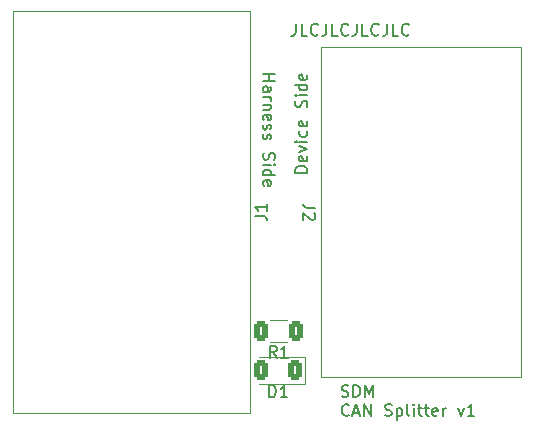
<source format=gto>
G04 #@! TF.GenerationSoftware,KiCad,Pcbnew,7.0.8*
G04 #@! TF.CreationDate,2023-12-02T16:30:47-07:00*
G04 #@! TF.ProjectId,cansplitter,63616e73-706c-4697-9474-65722e6b6963,rev?*
G04 #@! TF.SameCoordinates,Original*
G04 #@! TF.FileFunction,Legend,Top*
G04 #@! TF.FilePolarity,Positive*
%FSLAX46Y46*%
G04 Gerber Fmt 4.6, Leading zero omitted, Abs format (unit mm)*
G04 Created by KiCad (PCBNEW 7.0.8) date 2023-12-02 16:30:47*
%MOMM*%
%LPD*%
G01*
G04 APERTURE LIST*
G04 Aperture macros list*
%AMRoundRect*
0 Rectangle with rounded corners*
0 $1 Rounding radius*
0 $2 $3 $4 $5 $6 $7 $8 $9 X,Y pos of 4 corners*
0 Add a 4 corners polygon primitive as box body*
4,1,4,$2,$3,$4,$5,$6,$7,$8,$9,$2,$3,0*
0 Add four circle primitives for the rounded corners*
1,1,$1+$1,$2,$3*
1,1,$1+$1,$4,$5*
1,1,$1+$1,$6,$7*
1,1,$1+$1,$8,$9*
0 Add four rect primitives between the rounded corners*
20,1,$1+$1,$2,$3,$4,$5,0*
20,1,$1+$1,$4,$5,$6,$7,0*
20,1,$1+$1,$6,$7,$8,$9,0*
20,1,$1+$1,$8,$9,$2,$3,0*%
G04 Aperture macros list end*
%ADD10C,0.150000*%
%ADD11C,0.120000*%
%ADD12RoundRect,0.250000X0.375000X0.625000X-0.375000X0.625000X-0.375000X-0.625000X0.375000X-0.625000X0*%
%ADD13RoundRect,0.250000X0.312500X0.625000X-0.312500X0.625000X-0.312500X-0.625000X0.312500X-0.625000X0*%
%ADD14C,3.430000*%
%ADD15C,2.400000*%
G04 APERTURE END LIST*
D10*
X153789160Y-95612200D02*
X153932017Y-95659819D01*
X153932017Y-95659819D02*
X154170112Y-95659819D01*
X154170112Y-95659819D02*
X154265350Y-95612200D01*
X154265350Y-95612200D02*
X154312969Y-95564580D01*
X154312969Y-95564580D02*
X154360588Y-95469342D01*
X154360588Y-95469342D02*
X154360588Y-95374104D01*
X154360588Y-95374104D02*
X154312969Y-95278866D01*
X154312969Y-95278866D02*
X154265350Y-95231247D01*
X154265350Y-95231247D02*
X154170112Y-95183628D01*
X154170112Y-95183628D02*
X153979636Y-95136009D01*
X153979636Y-95136009D02*
X153884398Y-95088390D01*
X153884398Y-95088390D02*
X153836779Y-95040771D01*
X153836779Y-95040771D02*
X153789160Y-94945533D01*
X153789160Y-94945533D02*
X153789160Y-94850295D01*
X153789160Y-94850295D02*
X153836779Y-94755057D01*
X153836779Y-94755057D02*
X153884398Y-94707438D01*
X153884398Y-94707438D02*
X153979636Y-94659819D01*
X153979636Y-94659819D02*
X154217731Y-94659819D01*
X154217731Y-94659819D02*
X154360588Y-94707438D01*
X154789160Y-95659819D02*
X154789160Y-94659819D01*
X154789160Y-94659819D02*
X155027255Y-94659819D01*
X155027255Y-94659819D02*
X155170112Y-94707438D01*
X155170112Y-94707438D02*
X155265350Y-94802676D01*
X155265350Y-94802676D02*
X155312969Y-94897914D01*
X155312969Y-94897914D02*
X155360588Y-95088390D01*
X155360588Y-95088390D02*
X155360588Y-95231247D01*
X155360588Y-95231247D02*
X155312969Y-95421723D01*
X155312969Y-95421723D02*
X155265350Y-95516961D01*
X155265350Y-95516961D02*
X155170112Y-95612200D01*
X155170112Y-95612200D02*
X155027255Y-95659819D01*
X155027255Y-95659819D02*
X154789160Y-95659819D01*
X155789160Y-95659819D02*
X155789160Y-94659819D01*
X155789160Y-94659819D02*
X156122493Y-95374104D01*
X156122493Y-95374104D02*
X156455826Y-94659819D01*
X156455826Y-94659819D02*
X156455826Y-95659819D01*
X154408207Y-97174580D02*
X154360588Y-97222200D01*
X154360588Y-97222200D02*
X154217731Y-97269819D01*
X154217731Y-97269819D02*
X154122493Y-97269819D01*
X154122493Y-97269819D02*
X153979636Y-97222200D01*
X153979636Y-97222200D02*
X153884398Y-97126961D01*
X153884398Y-97126961D02*
X153836779Y-97031723D01*
X153836779Y-97031723D02*
X153789160Y-96841247D01*
X153789160Y-96841247D02*
X153789160Y-96698390D01*
X153789160Y-96698390D02*
X153836779Y-96507914D01*
X153836779Y-96507914D02*
X153884398Y-96412676D01*
X153884398Y-96412676D02*
X153979636Y-96317438D01*
X153979636Y-96317438D02*
X154122493Y-96269819D01*
X154122493Y-96269819D02*
X154217731Y-96269819D01*
X154217731Y-96269819D02*
X154360588Y-96317438D01*
X154360588Y-96317438D02*
X154408207Y-96365057D01*
X154789160Y-96984104D02*
X155265350Y-96984104D01*
X154693922Y-97269819D02*
X155027255Y-96269819D01*
X155027255Y-96269819D02*
X155360588Y-97269819D01*
X155693922Y-97269819D02*
X155693922Y-96269819D01*
X155693922Y-96269819D02*
X156265350Y-97269819D01*
X156265350Y-97269819D02*
X156265350Y-96269819D01*
X157455827Y-97222200D02*
X157598684Y-97269819D01*
X157598684Y-97269819D02*
X157836779Y-97269819D01*
X157836779Y-97269819D02*
X157932017Y-97222200D01*
X157932017Y-97222200D02*
X157979636Y-97174580D01*
X157979636Y-97174580D02*
X158027255Y-97079342D01*
X158027255Y-97079342D02*
X158027255Y-96984104D01*
X158027255Y-96984104D02*
X157979636Y-96888866D01*
X157979636Y-96888866D02*
X157932017Y-96841247D01*
X157932017Y-96841247D02*
X157836779Y-96793628D01*
X157836779Y-96793628D02*
X157646303Y-96746009D01*
X157646303Y-96746009D02*
X157551065Y-96698390D01*
X157551065Y-96698390D02*
X157503446Y-96650771D01*
X157503446Y-96650771D02*
X157455827Y-96555533D01*
X157455827Y-96555533D02*
X157455827Y-96460295D01*
X157455827Y-96460295D02*
X157503446Y-96365057D01*
X157503446Y-96365057D02*
X157551065Y-96317438D01*
X157551065Y-96317438D02*
X157646303Y-96269819D01*
X157646303Y-96269819D02*
X157884398Y-96269819D01*
X157884398Y-96269819D02*
X158027255Y-96317438D01*
X158455827Y-96603152D02*
X158455827Y-97603152D01*
X158455827Y-96650771D02*
X158551065Y-96603152D01*
X158551065Y-96603152D02*
X158741541Y-96603152D01*
X158741541Y-96603152D02*
X158836779Y-96650771D01*
X158836779Y-96650771D02*
X158884398Y-96698390D01*
X158884398Y-96698390D02*
X158932017Y-96793628D01*
X158932017Y-96793628D02*
X158932017Y-97079342D01*
X158932017Y-97079342D02*
X158884398Y-97174580D01*
X158884398Y-97174580D02*
X158836779Y-97222200D01*
X158836779Y-97222200D02*
X158741541Y-97269819D01*
X158741541Y-97269819D02*
X158551065Y-97269819D01*
X158551065Y-97269819D02*
X158455827Y-97222200D01*
X159503446Y-97269819D02*
X159408208Y-97222200D01*
X159408208Y-97222200D02*
X159360589Y-97126961D01*
X159360589Y-97126961D02*
X159360589Y-96269819D01*
X159884399Y-97269819D02*
X159884399Y-96603152D01*
X159884399Y-96269819D02*
X159836780Y-96317438D01*
X159836780Y-96317438D02*
X159884399Y-96365057D01*
X159884399Y-96365057D02*
X159932018Y-96317438D01*
X159932018Y-96317438D02*
X159884399Y-96269819D01*
X159884399Y-96269819D02*
X159884399Y-96365057D01*
X160217732Y-96603152D02*
X160598684Y-96603152D01*
X160360589Y-96269819D02*
X160360589Y-97126961D01*
X160360589Y-97126961D02*
X160408208Y-97222200D01*
X160408208Y-97222200D02*
X160503446Y-97269819D01*
X160503446Y-97269819D02*
X160598684Y-97269819D01*
X160789161Y-96603152D02*
X161170113Y-96603152D01*
X160932018Y-96269819D02*
X160932018Y-97126961D01*
X160932018Y-97126961D02*
X160979637Y-97222200D01*
X160979637Y-97222200D02*
X161074875Y-97269819D01*
X161074875Y-97269819D02*
X161170113Y-97269819D01*
X161884399Y-97222200D02*
X161789161Y-97269819D01*
X161789161Y-97269819D02*
X161598685Y-97269819D01*
X161598685Y-97269819D02*
X161503447Y-97222200D01*
X161503447Y-97222200D02*
X161455828Y-97126961D01*
X161455828Y-97126961D02*
X161455828Y-96746009D01*
X161455828Y-96746009D02*
X161503447Y-96650771D01*
X161503447Y-96650771D02*
X161598685Y-96603152D01*
X161598685Y-96603152D02*
X161789161Y-96603152D01*
X161789161Y-96603152D02*
X161884399Y-96650771D01*
X161884399Y-96650771D02*
X161932018Y-96746009D01*
X161932018Y-96746009D02*
X161932018Y-96841247D01*
X161932018Y-96841247D02*
X161455828Y-96936485D01*
X162360590Y-97269819D02*
X162360590Y-96603152D01*
X162360590Y-96793628D02*
X162408209Y-96698390D01*
X162408209Y-96698390D02*
X162455828Y-96650771D01*
X162455828Y-96650771D02*
X162551066Y-96603152D01*
X162551066Y-96603152D02*
X162646304Y-96603152D01*
X163646305Y-96603152D02*
X163884400Y-97269819D01*
X163884400Y-97269819D02*
X164122495Y-96603152D01*
X165027257Y-97269819D02*
X164455829Y-97269819D01*
X164741543Y-97269819D02*
X164741543Y-96269819D01*
X164741543Y-96269819D02*
X164646305Y-96412676D01*
X164646305Y-96412676D02*
X164551067Y-96507914D01*
X164551067Y-96507914D02*
X164455829Y-96555533D01*
X149922493Y-64069819D02*
X149922493Y-64784104D01*
X149922493Y-64784104D02*
X149874874Y-64926961D01*
X149874874Y-64926961D02*
X149779636Y-65022200D01*
X149779636Y-65022200D02*
X149636779Y-65069819D01*
X149636779Y-65069819D02*
X149541541Y-65069819D01*
X150874874Y-65069819D02*
X150398684Y-65069819D01*
X150398684Y-65069819D02*
X150398684Y-64069819D01*
X151779636Y-64974580D02*
X151732017Y-65022200D01*
X151732017Y-65022200D02*
X151589160Y-65069819D01*
X151589160Y-65069819D02*
X151493922Y-65069819D01*
X151493922Y-65069819D02*
X151351065Y-65022200D01*
X151351065Y-65022200D02*
X151255827Y-64926961D01*
X151255827Y-64926961D02*
X151208208Y-64831723D01*
X151208208Y-64831723D02*
X151160589Y-64641247D01*
X151160589Y-64641247D02*
X151160589Y-64498390D01*
X151160589Y-64498390D02*
X151208208Y-64307914D01*
X151208208Y-64307914D02*
X151255827Y-64212676D01*
X151255827Y-64212676D02*
X151351065Y-64117438D01*
X151351065Y-64117438D02*
X151493922Y-64069819D01*
X151493922Y-64069819D02*
X151589160Y-64069819D01*
X151589160Y-64069819D02*
X151732017Y-64117438D01*
X151732017Y-64117438D02*
X151779636Y-64165057D01*
X152493922Y-64069819D02*
X152493922Y-64784104D01*
X152493922Y-64784104D02*
X152446303Y-64926961D01*
X152446303Y-64926961D02*
X152351065Y-65022200D01*
X152351065Y-65022200D02*
X152208208Y-65069819D01*
X152208208Y-65069819D02*
X152112970Y-65069819D01*
X153446303Y-65069819D02*
X152970113Y-65069819D01*
X152970113Y-65069819D02*
X152970113Y-64069819D01*
X154351065Y-64974580D02*
X154303446Y-65022200D01*
X154303446Y-65022200D02*
X154160589Y-65069819D01*
X154160589Y-65069819D02*
X154065351Y-65069819D01*
X154065351Y-65069819D02*
X153922494Y-65022200D01*
X153922494Y-65022200D02*
X153827256Y-64926961D01*
X153827256Y-64926961D02*
X153779637Y-64831723D01*
X153779637Y-64831723D02*
X153732018Y-64641247D01*
X153732018Y-64641247D02*
X153732018Y-64498390D01*
X153732018Y-64498390D02*
X153779637Y-64307914D01*
X153779637Y-64307914D02*
X153827256Y-64212676D01*
X153827256Y-64212676D02*
X153922494Y-64117438D01*
X153922494Y-64117438D02*
X154065351Y-64069819D01*
X154065351Y-64069819D02*
X154160589Y-64069819D01*
X154160589Y-64069819D02*
X154303446Y-64117438D01*
X154303446Y-64117438D02*
X154351065Y-64165057D01*
X155065351Y-64069819D02*
X155065351Y-64784104D01*
X155065351Y-64784104D02*
X155017732Y-64926961D01*
X155017732Y-64926961D02*
X154922494Y-65022200D01*
X154922494Y-65022200D02*
X154779637Y-65069819D01*
X154779637Y-65069819D02*
X154684399Y-65069819D01*
X156017732Y-65069819D02*
X155541542Y-65069819D01*
X155541542Y-65069819D02*
X155541542Y-64069819D01*
X156922494Y-64974580D02*
X156874875Y-65022200D01*
X156874875Y-65022200D02*
X156732018Y-65069819D01*
X156732018Y-65069819D02*
X156636780Y-65069819D01*
X156636780Y-65069819D02*
X156493923Y-65022200D01*
X156493923Y-65022200D02*
X156398685Y-64926961D01*
X156398685Y-64926961D02*
X156351066Y-64831723D01*
X156351066Y-64831723D02*
X156303447Y-64641247D01*
X156303447Y-64641247D02*
X156303447Y-64498390D01*
X156303447Y-64498390D02*
X156351066Y-64307914D01*
X156351066Y-64307914D02*
X156398685Y-64212676D01*
X156398685Y-64212676D02*
X156493923Y-64117438D01*
X156493923Y-64117438D02*
X156636780Y-64069819D01*
X156636780Y-64069819D02*
X156732018Y-64069819D01*
X156732018Y-64069819D02*
X156874875Y-64117438D01*
X156874875Y-64117438D02*
X156922494Y-64165057D01*
X157636780Y-64069819D02*
X157636780Y-64784104D01*
X157636780Y-64784104D02*
X157589161Y-64926961D01*
X157589161Y-64926961D02*
X157493923Y-65022200D01*
X157493923Y-65022200D02*
X157351066Y-65069819D01*
X157351066Y-65069819D02*
X157255828Y-65069819D01*
X158589161Y-65069819D02*
X158112971Y-65069819D01*
X158112971Y-65069819D02*
X158112971Y-64069819D01*
X159493923Y-64974580D02*
X159446304Y-65022200D01*
X159446304Y-65022200D02*
X159303447Y-65069819D01*
X159303447Y-65069819D02*
X159208209Y-65069819D01*
X159208209Y-65069819D02*
X159065352Y-65022200D01*
X159065352Y-65022200D02*
X158970114Y-64926961D01*
X158970114Y-64926961D02*
X158922495Y-64831723D01*
X158922495Y-64831723D02*
X158874876Y-64641247D01*
X158874876Y-64641247D02*
X158874876Y-64498390D01*
X158874876Y-64498390D02*
X158922495Y-64307914D01*
X158922495Y-64307914D02*
X158970114Y-64212676D01*
X158970114Y-64212676D02*
X159065352Y-64117438D01*
X159065352Y-64117438D02*
X159208209Y-64069819D01*
X159208209Y-64069819D02*
X159303447Y-64069819D01*
X159303447Y-64069819D02*
X159446304Y-64117438D01*
X159446304Y-64117438D02*
X159493923Y-64165057D01*
X150869819Y-76663220D02*
X149869819Y-76663220D01*
X149869819Y-76663220D02*
X149869819Y-76425125D01*
X149869819Y-76425125D02*
X149917438Y-76282268D01*
X149917438Y-76282268D02*
X150012676Y-76187030D01*
X150012676Y-76187030D02*
X150107914Y-76139411D01*
X150107914Y-76139411D02*
X150298390Y-76091792D01*
X150298390Y-76091792D02*
X150441247Y-76091792D01*
X150441247Y-76091792D02*
X150631723Y-76139411D01*
X150631723Y-76139411D02*
X150726961Y-76187030D01*
X150726961Y-76187030D02*
X150822200Y-76282268D01*
X150822200Y-76282268D02*
X150869819Y-76425125D01*
X150869819Y-76425125D02*
X150869819Y-76663220D01*
X150822200Y-75282268D02*
X150869819Y-75377506D01*
X150869819Y-75377506D02*
X150869819Y-75567982D01*
X150869819Y-75567982D02*
X150822200Y-75663220D01*
X150822200Y-75663220D02*
X150726961Y-75710839D01*
X150726961Y-75710839D02*
X150346009Y-75710839D01*
X150346009Y-75710839D02*
X150250771Y-75663220D01*
X150250771Y-75663220D02*
X150203152Y-75567982D01*
X150203152Y-75567982D02*
X150203152Y-75377506D01*
X150203152Y-75377506D02*
X150250771Y-75282268D01*
X150250771Y-75282268D02*
X150346009Y-75234649D01*
X150346009Y-75234649D02*
X150441247Y-75234649D01*
X150441247Y-75234649D02*
X150536485Y-75710839D01*
X150203152Y-74901315D02*
X150869819Y-74663220D01*
X150869819Y-74663220D02*
X150203152Y-74425125D01*
X150869819Y-74044172D02*
X150203152Y-74044172D01*
X149869819Y-74044172D02*
X149917438Y-74091791D01*
X149917438Y-74091791D02*
X149965057Y-74044172D01*
X149965057Y-74044172D02*
X149917438Y-73996553D01*
X149917438Y-73996553D02*
X149869819Y-74044172D01*
X149869819Y-74044172D02*
X149965057Y-74044172D01*
X150822200Y-73139411D02*
X150869819Y-73234649D01*
X150869819Y-73234649D02*
X150869819Y-73425125D01*
X150869819Y-73425125D02*
X150822200Y-73520363D01*
X150822200Y-73520363D02*
X150774580Y-73567982D01*
X150774580Y-73567982D02*
X150679342Y-73615601D01*
X150679342Y-73615601D02*
X150393628Y-73615601D01*
X150393628Y-73615601D02*
X150298390Y-73567982D01*
X150298390Y-73567982D02*
X150250771Y-73520363D01*
X150250771Y-73520363D02*
X150203152Y-73425125D01*
X150203152Y-73425125D02*
X150203152Y-73234649D01*
X150203152Y-73234649D02*
X150250771Y-73139411D01*
X150822200Y-72329887D02*
X150869819Y-72425125D01*
X150869819Y-72425125D02*
X150869819Y-72615601D01*
X150869819Y-72615601D02*
X150822200Y-72710839D01*
X150822200Y-72710839D02*
X150726961Y-72758458D01*
X150726961Y-72758458D02*
X150346009Y-72758458D01*
X150346009Y-72758458D02*
X150250771Y-72710839D01*
X150250771Y-72710839D02*
X150203152Y-72615601D01*
X150203152Y-72615601D02*
X150203152Y-72425125D01*
X150203152Y-72425125D02*
X150250771Y-72329887D01*
X150250771Y-72329887D02*
X150346009Y-72282268D01*
X150346009Y-72282268D02*
X150441247Y-72282268D01*
X150441247Y-72282268D02*
X150536485Y-72758458D01*
X150822200Y-71139410D02*
X150869819Y-70996553D01*
X150869819Y-70996553D02*
X150869819Y-70758458D01*
X150869819Y-70758458D02*
X150822200Y-70663220D01*
X150822200Y-70663220D02*
X150774580Y-70615601D01*
X150774580Y-70615601D02*
X150679342Y-70567982D01*
X150679342Y-70567982D02*
X150584104Y-70567982D01*
X150584104Y-70567982D02*
X150488866Y-70615601D01*
X150488866Y-70615601D02*
X150441247Y-70663220D01*
X150441247Y-70663220D02*
X150393628Y-70758458D01*
X150393628Y-70758458D02*
X150346009Y-70948934D01*
X150346009Y-70948934D02*
X150298390Y-71044172D01*
X150298390Y-71044172D02*
X150250771Y-71091791D01*
X150250771Y-71091791D02*
X150155533Y-71139410D01*
X150155533Y-71139410D02*
X150060295Y-71139410D01*
X150060295Y-71139410D02*
X149965057Y-71091791D01*
X149965057Y-71091791D02*
X149917438Y-71044172D01*
X149917438Y-71044172D02*
X149869819Y-70948934D01*
X149869819Y-70948934D02*
X149869819Y-70710839D01*
X149869819Y-70710839D02*
X149917438Y-70567982D01*
X150869819Y-70139410D02*
X150203152Y-70139410D01*
X149869819Y-70139410D02*
X149917438Y-70187029D01*
X149917438Y-70187029D02*
X149965057Y-70139410D01*
X149965057Y-70139410D02*
X149917438Y-70091791D01*
X149917438Y-70091791D02*
X149869819Y-70139410D01*
X149869819Y-70139410D02*
X149965057Y-70139410D01*
X150869819Y-69234649D02*
X149869819Y-69234649D01*
X150822200Y-69234649D02*
X150869819Y-69329887D01*
X150869819Y-69329887D02*
X150869819Y-69520363D01*
X150869819Y-69520363D02*
X150822200Y-69615601D01*
X150822200Y-69615601D02*
X150774580Y-69663220D01*
X150774580Y-69663220D02*
X150679342Y-69710839D01*
X150679342Y-69710839D02*
X150393628Y-69710839D01*
X150393628Y-69710839D02*
X150298390Y-69663220D01*
X150298390Y-69663220D02*
X150250771Y-69615601D01*
X150250771Y-69615601D02*
X150203152Y-69520363D01*
X150203152Y-69520363D02*
X150203152Y-69329887D01*
X150203152Y-69329887D02*
X150250771Y-69234649D01*
X150822200Y-68377506D02*
X150869819Y-68472744D01*
X150869819Y-68472744D02*
X150869819Y-68663220D01*
X150869819Y-68663220D02*
X150822200Y-68758458D01*
X150822200Y-68758458D02*
X150726961Y-68806077D01*
X150726961Y-68806077D02*
X150346009Y-68806077D01*
X150346009Y-68806077D02*
X150250771Y-68758458D01*
X150250771Y-68758458D02*
X150203152Y-68663220D01*
X150203152Y-68663220D02*
X150203152Y-68472744D01*
X150203152Y-68472744D02*
X150250771Y-68377506D01*
X150250771Y-68377506D02*
X150346009Y-68329887D01*
X150346009Y-68329887D02*
X150441247Y-68329887D01*
X150441247Y-68329887D02*
X150536485Y-68806077D01*
X147130180Y-68336779D02*
X148130180Y-68336779D01*
X147653990Y-68336779D02*
X147653990Y-68908207D01*
X147130180Y-68908207D02*
X148130180Y-68908207D01*
X147130180Y-69812969D02*
X147653990Y-69812969D01*
X147653990Y-69812969D02*
X147749228Y-69765350D01*
X147749228Y-69765350D02*
X147796847Y-69670112D01*
X147796847Y-69670112D02*
X147796847Y-69479636D01*
X147796847Y-69479636D02*
X147749228Y-69384398D01*
X147177800Y-69812969D02*
X147130180Y-69717731D01*
X147130180Y-69717731D02*
X147130180Y-69479636D01*
X147130180Y-69479636D02*
X147177800Y-69384398D01*
X147177800Y-69384398D02*
X147273038Y-69336779D01*
X147273038Y-69336779D02*
X147368276Y-69336779D01*
X147368276Y-69336779D02*
X147463514Y-69384398D01*
X147463514Y-69384398D02*
X147511133Y-69479636D01*
X147511133Y-69479636D02*
X147511133Y-69717731D01*
X147511133Y-69717731D02*
X147558752Y-69812969D01*
X147130180Y-70289160D02*
X147796847Y-70289160D01*
X147606371Y-70289160D02*
X147701609Y-70336779D01*
X147701609Y-70336779D02*
X147749228Y-70384398D01*
X147749228Y-70384398D02*
X147796847Y-70479636D01*
X147796847Y-70479636D02*
X147796847Y-70574874D01*
X147796847Y-70908208D02*
X147130180Y-70908208D01*
X147701609Y-70908208D02*
X147749228Y-70955827D01*
X147749228Y-70955827D02*
X147796847Y-71051065D01*
X147796847Y-71051065D02*
X147796847Y-71193922D01*
X147796847Y-71193922D02*
X147749228Y-71289160D01*
X147749228Y-71289160D02*
X147653990Y-71336779D01*
X147653990Y-71336779D02*
X147130180Y-71336779D01*
X147177800Y-72193922D02*
X147130180Y-72098684D01*
X147130180Y-72098684D02*
X147130180Y-71908208D01*
X147130180Y-71908208D02*
X147177800Y-71812970D01*
X147177800Y-71812970D02*
X147273038Y-71765351D01*
X147273038Y-71765351D02*
X147653990Y-71765351D01*
X147653990Y-71765351D02*
X147749228Y-71812970D01*
X147749228Y-71812970D02*
X147796847Y-71908208D01*
X147796847Y-71908208D02*
X147796847Y-72098684D01*
X147796847Y-72098684D02*
X147749228Y-72193922D01*
X147749228Y-72193922D02*
X147653990Y-72241541D01*
X147653990Y-72241541D02*
X147558752Y-72241541D01*
X147558752Y-72241541D02*
X147463514Y-71765351D01*
X147177800Y-72622494D02*
X147130180Y-72717732D01*
X147130180Y-72717732D02*
X147130180Y-72908208D01*
X147130180Y-72908208D02*
X147177800Y-73003446D01*
X147177800Y-73003446D02*
X147273038Y-73051065D01*
X147273038Y-73051065D02*
X147320657Y-73051065D01*
X147320657Y-73051065D02*
X147415895Y-73003446D01*
X147415895Y-73003446D02*
X147463514Y-72908208D01*
X147463514Y-72908208D02*
X147463514Y-72765351D01*
X147463514Y-72765351D02*
X147511133Y-72670113D01*
X147511133Y-72670113D02*
X147606371Y-72622494D01*
X147606371Y-72622494D02*
X147653990Y-72622494D01*
X147653990Y-72622494D02*
X147749228Y-72670113D01*
X147749228Y-72670113D02*
X147796847Y-72765351D01*
X147796847Y-72765351D02*
X147796847Y-72908208D01*
X147796847Y-72908208D02*
X147749228Y-73003446D01*
X147177800Y-73432018D02*
X147130180Y-73527256D01*
X147130180Y-73527256D02*
X147130180Y-73717732D01*
X147130180Y-73717732D02*
X147177800Y-73812970D01*
X147177800Y-73812970D02*
X147273038Y-73860589D01*
X147273038Y-73860589D02*
X147320657Y-73860589D01*
X147320657Y-73860589D02*
X147415895Y-73812970D01*
X147415895Y-73812970D02*
X147463514Y-73717732D01*
X147463514Y-73717732D02*
X147463514Y-73574875D01*
X147463514Y-73574875D02*
X147511133Y-73479637D01*
X147511133Y-73479637D02*
X147606371Y-73432018D01*
X147606371Y-73432018D02*
X147653990Y-73432018D01*
X147653990Y-73432018D02*
X147749228Y-73479637D01*
X147749228Y-73479637D02*
X147796847Y-73574875D01*
X147796847Y-73574875D02*
X147796847Y-73717732D01*
X147796847Y-73717732D02*
X147749228Y-73812970D01*
X147177800Y-75003447D02*
X147130180Y-75146304D01*
X147130180Y-75146304D02*
X147130180Y-75384399D01*
X147130180Y-75384399D02*
X147177800Y-75479637D01*
X147177800Y-75479637D02*
X147225419Y-75527256D01*
X147225419Y-75527256D02*
X147320657Y-75574875D01*
X147320657Y-75574875D02*
X147415895Y-75574875D01*
X147415895Y-75574875D02*
X147511133Y-75527256D01*
X147511133Y-75527256D02*
X147558752Y-75479637D01*
X147558752Y-75479637D02*
X147606371Y-75384399D01*
X147606371Y-75384399D02*
X147653990Y-75193923D01*
X147653990Y-75193923D02*
X147701609Y-75098685D01*
X147701609Y-75098685D02*
X147749228Y-75051066D01*
X147749228Y-75051066D02*
X147844466Y-75003447D01*
X147844466Y-75003447D02*
X147939704Y-75003447D01*
X147939704Y-75003447D02*
X148034942Y-75051066D01*
X148034942Y-75051066D02*
X148082561Y-75098685D01*
X148082561Y-75098685D02*
X148130180Y-75193923D01*
X148130180Y-75193923D02*
X148130180Y-75432018D01*
X148130180Y-75432018D02*
X148082561Y-75574875D01*
X147130180Y-76003447D02*
X147796847Y-76003447D01*
X148130180Y-76003447D02*
X148082561Y-75955828D01*
X148082561Y-75955828D02*
X148034942Y-76003447D01*
X148034942Y-76003447D02*
X148082561Y-76051066D01*
X148082561Y-76051066D02*
X148130180Y-76003447D01*
X148130180Y-76003447D02*
X148034942Y-76003447D01*
X147130180Y-76908208D02*
X148130180Y-76908208D01*
X147177800Y-76908208D02*
X147130180Y-76812970D01*
X147130180Y-76812970D02*
X147130180Y-76622494D01*
X147130180Y-76622494D02*
X147177800Y-76527256D01*
X147177800Y-76527256D02*
X147225419Y-76479637D01*
X147225419Y-76479637D02*
X147320657Y-76432018D01*
X147320657Y-76432018D02*
X147606371Y-76432018D01*
X147606371Y-76432018D02*
X147701609Y-76479637D01*
X147701609Y-76479637D02*
X147749228Y-76527256D01*
X147749228Y-76527256D02*
X147796847Y-76622494D01*
X147796847Y-76622494D02*
X147796847Y-76812970D01*
X147796847Y-76812970D02*
X147749228Y-76908208D01*
X147177800Y-77765351D02*
X147130180Y-77670113D01*
X147130180Y-77670113D02*
X147130180Y-77479637D01*
X147130180Y-77479637D02*
X147177800Y-77384399D01*
X147177800Y-77384399D02*
X147273038Y-77336780D01*
X147273038Y-77336780D02*
X147653990Y-77336780D01*
X147653990Y-77336780D02*
X147749228Y-77384399D01*
X147749228Y-77384399D02*
X147796847Y-77479637D01*
X147796847Y-77479637D02*
X147796847Y-77670113D01*
X147796847Y-77670113D02*
X147749228Y-77765351D01*
X147749228Y-77765351D02*
X147653990Y-77812970D01*
X147653990Y-77812970D02*
X147558752Y-77812970D01*
X147558752Y-77812970D02*
X147463514Y-77336780D01*
X147661905Y-95674819D02*
X147661905Y-94674819D01*
X147661905Y-94674819D02*
X147900000Y-94674819D01*
X147900000Y-94674819D02*
X148042857Y-94722438D01*
X148042857Y-94722438D02*
X148138095Y-94817676D01*
X148138095Y-94817676D02*
X148185714Y-94912914D01*
X148185714Y-94912914D02*
X148233333Y-95103390D01*
X148233333Y-95103390D02*
X148233333Y-95246247D01*
X148233333Y-95246247D02*
X148185714Y-95436723D01*
X148185714Y-95436723D02*
X148138095Y-95531961D01*
X148138095Y-95531961D02*
X148042857Y-95627200D01*
X148042857Y-95627200D02*
X147900000Y-95674819D01*
X147900000Y-95674819D02*
X147661905Y-95674819D01*
X149185714Y-95674819D02*
X148614286Y-95674819D01*
X148900000Y-95674819D02*
X148900000Y-94674819D01*
X148900000Y-94674819D02*
X148804762Y-94817676D01*
X148804762Y-94817676D02*
X148709524Y-94912914D01*
X148709524Y-94912914D02*
X148614286Y-94960533D01*
X148273333Y-92334819D02*
X147940000Y-91858628D01*
X147701905Y-92334819D02*
X147701905Y-91334819D01*
X147701905Y-91334819D02*
X148082857Y-91334819D01*
X148082857Y-91334819D02*
X148178095Y-91382438D01*
X148178095Y-91382438D02*
X148225714Y-91430057D01*
X148225714Y-91430057D02*
X148273333Y-91525295D01*
X148273333Y-91525295D02*
X148273333Y-91668152D01*
X148273333Y-91668152D02*
X148225714Y-91763390D01*
X148225714Y-91763390D02*
X148178095Y-91811009D01*
X148178095Y-91811009D02*
X148082857Y-91858628D01*
X148082857Y-91858628D02*
X147701905Y-91858628D01*
X149225714Y-92334819D02*
X148654286Y-92334819D01*
X148940000Y-92334819D02*
X148940000Y-91334819D01*
X148940000Y-91334819D02*
X148844762Y-91477676D01*
X148844762Y-91477676D02*
X148749524Y-91572914D01*
X148749524Y-91572914D02*
X148654286Y-91620533D01*
X146454819Y-80333333D02*
X147169104Y-80333333D01*
X147169104Y-80333333D02*
X147311961Y-80380952D01*
X147311961Y-80380952D02*
X147407200Y-80476190D01*
X147407200Y-80476190D02*
X147454819Y-80619047D01*
X147454819Y-80619047D02*
X147454819Y-80714285D01*
X147454819Y-79333333D02*
X147454819Y-79904761D01*
X147454819Y-79619047D02*
X146454819Y-79619047D01*
X146454819Y-79619047D02*
X146597676Y-79714285D01*
X146597676Y-79714285D02*
X146692914Y-79809523D01*
X146692914Y-79809523D02*
X146740533Y-79904761D01*
X151545180Y-79666666D02*
X150830895Y-79666666D01*
X150830895Y-79666666D02*
X150688038Y-79619047D01*
X150688038Y-79619047D02*
X150592800Y-79523809D01*
X150592800Y-79523809D02*
X150545180Y-79380952D01*
X150545180Y-79380952D02*
X150545180Y-79285714D01*
X151449942Y-80095238D02*
X151497561Y-80142857D01*
X151497561Y-80142857D02*
X151545180Y-80238095D01*
X151545180Y-80238095D02*
X151545180Y-80476190D01*
X151545180Y-80476190D02*
X151497561Y-80571428D01*
X151497561Y-80571428D02*
X151449942Y-80619047D01*
X151449942Y-80619047D02*
X151354704Y-80666666D01*
X151354704Y-80666666D02*
X151259466Y-80666666D01*
X151259466Y-80666666D02*
X151116609Y-80619047D01*
X151116609Y-80619047D02*
X150545180Y-80047619D01*
X150545180Y-80047619D02*
X150545180Y-80666666D01*
D11*
X150685000Y-94535000D02*
X150685000Y-92265000D01*
X150685000Y-92265000D02*
X146800000Y-92265000D01*
X146800000Y-94535000D02*
X150685000Y-94535000D01*
X149167064Y-90970000D02*
X147712936Y-90970000D01*
X149167064Y-89150000D02*
X147712936Y-89150000D01*
X126000000Y-97000000D02*
X146000000Y-97000000D01*
X146000000Y-97000000D02*
X146000000Y-63000000D01*
X146000000Y-63000000D02*
X126000000Y-63000000D01*
X126000000Y-63000000D02*
X126000000Y-97000000D01*
X169000000Y-66000000D02*
X152000000Y-66000000D01*
X152000000Y-66000000D02*
X152000000Y-94000000D01*
X152000000Y-94000000D02*
X169000000Y-94000000D01*
X169000000Y-94000000D02*
X169000000Y-66000000D01*
%LPC*%
D12*
X149800000Y-93400000D03*
X147000000Y-93400000D03*
D13*
X149902500Y-90060000D03*
X146977500Y-90060000D03*
D14*
X142000000Y-93210000D03*
X129650000Y-80000000D03*
X142000000Y-66790000D03*
D15*
X142000000Y-86300000D03*
X142000000Y-82100000D03*
X142000000Y-77900000D03*
X142000000Y-73700000D03*
X135650000Y-73700000D03*
X135650000Y-77900000D03*
X135650000Y-82100000D03*
X135650000Y-86300000D03*
D14*
X166700000Y-71110000D03*
X166700000Y-88890000D03*
D15*
X154000000Y-69500000D03*
X154000000Y-73700000D03*
X154000000Y-77900000D03*
X154000000Y-82100000D03*
X154000000Y-86300000D03*
X154000000Y-90500000D03*
X160350000Y-90500000D03*
X160350000Y-86300000D03*
X160350000Y-82100000D03*
X160350000Y-77900000D03*
X160350000Y-73700000D03*
X160350000Y-69500000D03*
%LPD*%
M02*

</source>
